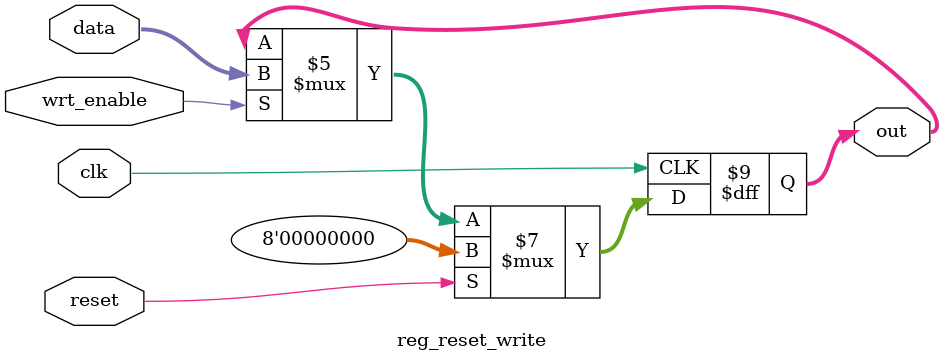
<source format=v>


module reg_reset_write #(parameter W=8)(
input [W-1:0] data,
input clk,
input reset,
input wrt_enable,
output reg [W-1:0] out

);

	always@(posedge clk) begin
		if(reset==0) begin			// if reset data can be written
			
			if(wrt_enable==1)			// wait for write enable
			out<=data;
			
		
		end
		
		else
		
		out<=0;

	end

endmodule

</source>
